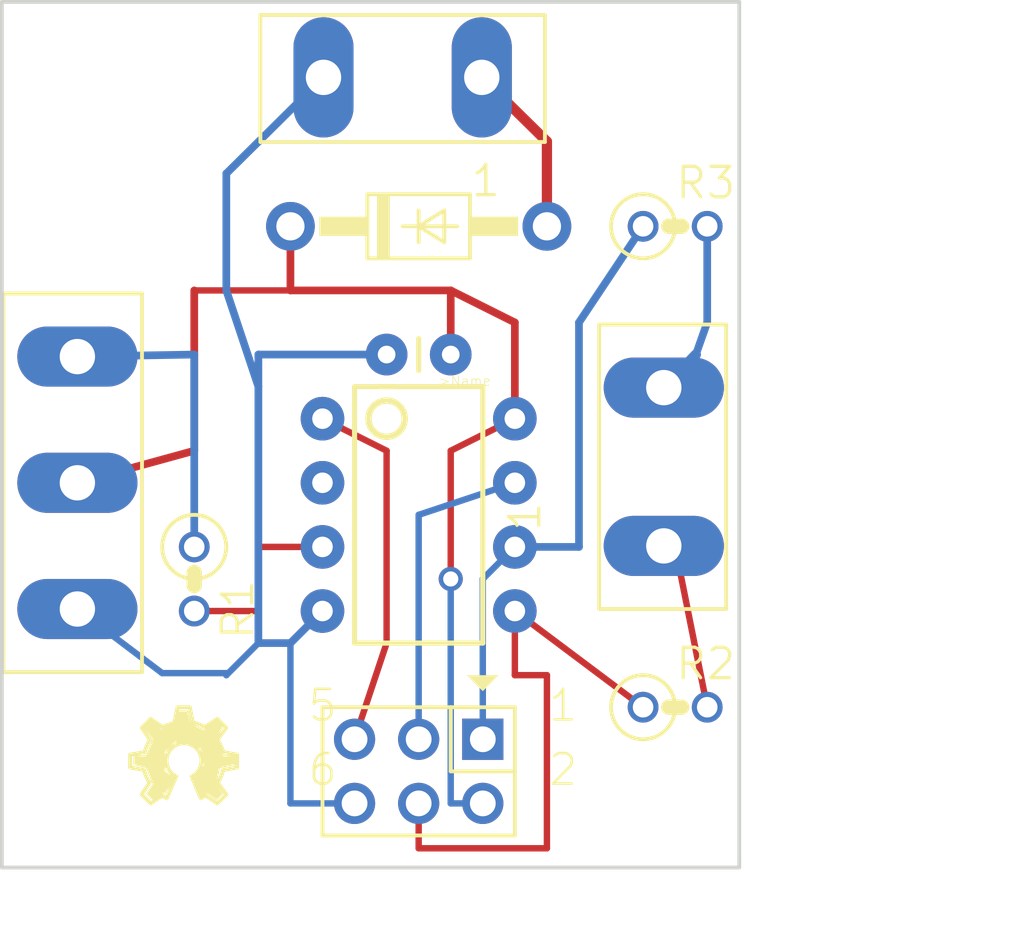
<source format=kicad_pcb>
(kicad_pcb (version 20171130) (host pcbnew "(5.1.0)-1")

  (general
    (thickness 1.6)
    (drawings 7)
    (tracks 54)
    (zones 0)
    (modules 15)
    (nets 13)
  )

  (page A4)
  (layers
    (0 Top signal)
    (31 Bottom signal)
    (32 B.Adhes user)
    (33 F.Adhes user)
    (34 B.Paste user)
    (35 F.Paste user)
    (36 B.SilkS user)
    (37 F.SilkS user)
    (38 B.Mask user)
    (39 F.Mask user)
    (40 Dwgs.User user)
    (41 Cmts.User user)
    (42 Eco1.User user)
    (43 Eco2.User user)
    (44 Edge.Cuts user)
    (45 Margin user)
    (46 B.CrtYd user)
    (47 F.CrtYd user)
    (48 B.Fab user)
    (49 F.Fab user)
  )

  (setup
    (last_trace_width 0.25)
    (trace_clearance 0.1524)
    (zone_clearance 0.508)
    (zone_45_only no)
    (trace_min 0.2)
    (via_size 0.8)
    (via_drill 0.4)
    (via_min_size 0.4)
    (via_min_drill 0.3)
    (uvia_size 0.3)
    (uvia_drill 0.1)
    (uvias_allowed no)
    (uvia_min_size 0.2)
    (uvia_min_drill 0.1)
    (edge_width 0.05)
    (segment_width 0.2)
    (pcb_text_width 0.3)
    (pcb_text_size 1.5 1.5)
    (mod_edge_width 0.12)
    (mod_text_size 1 1)
    (mod_text_width 0.15)
    (pad_size 1.524 1.524)
    (pad_drill 0.762)
    (pad_to_mask_clearance 0.051)
    (solder_mask_min_width 0.25)
    (aux_axis_origin 0 0)
    (visible_elements FFFFFF7F)
    (pcbplotparams
      (layerselection 0x010fc_ffffffff)
      (usegerberextensions false)
      (usegerberattributes false)
      (usegerberadvancedattributes false)
      (creategerberjobfile false)
      (excludeedgelayer true)
      (linewidth 0.100000)
      (plotframeref false)
      (viasonmask false)
      (mode 1)
      (useauxorigin false)
      (hpglpennumber 1)
      (hpglpenspeed 20)
      (hpglpendiameter 15.000000)
      (psnegative false)
      (psa4output false)
      (plotreference true)
      (plotvalue true)
      (plotinvisibletext false)
      (padsonsilk false)
      (subtractmaskfromsilk false)
      (outputformat 1)
      (mirror false)
      (drillshape 1)
      (scaleselection 1)
      (outputdirectory ""))
  )

  (net 0 "")
  (net 1 5V)
  (net 2 GND)
  (net 3 "Net-(C1-Pad1)")
  (net 4 "Net-(J3-Pad3)")
  (net 5 "Net-(J3-Pad1)")
  (net 6 "Net-(J3-Pad4)")
  (net 7 "Net-(R1-Pad2)")
  (net 8 "Net-(U$1-Pad2)")
  (net 9 "Net-(J3-Pad5)")
  (net 10 "Net-(LED1-Pad1)")
  (net 11 "Net-(IO1-Pad1)")
  (net 12 "Net-(IO1-Pad2)")

  (net_class Default "This is the default net class."
    (clearance 0.1524)
    (trace_width 0.25)
    (via_dia 0.8)
    (via_drill 0.4)
    (uvia_dia 0.3)
    (uvia_drill 0.1)
    (add_net 5V)
    (add_net GND)
    (add_net N$1)
    (add_net "Net-(C1-Pad1)")
    (add_net "Net-(IO1-Pad1)")
    (add_net "Net-(IO1-Pad2)")
    (add_net "Net-(J3-Pad1)")
    (add_net "Net-(J3-Pad3)")
    (add_net "Net-(J3-Pad4)")
    (add_net "Net-(J3-Pad5)")
    (add_net "Net-(LED1-Pad1)")
    (add_net "Net-(R1-Pad2)")
    (add_net "Net-(U$1-Pad2)")
  )

  (module "" (layer Top) (tedit 0) (tstamp 0)
    (at 136.4361 90.3986)
    (fp_text reference @HOLE0 (at 0 0) (layer F.SilkS) hide
      (effects (font (size 1.27 1.27) (thickness 0.15)))
    )
    (fp_text value "" (at 0 0) (layer F.SilkS)
      (effects (font (size 1.27 1.27) (thickness 0.15)))
    )
    (pad "" np_thru_hole circle (at 0 0) (size 2.8 2.8) (drill 2.8) (layers *.Cu *.Mask))
  )

  (module "" (layer Top) (tedit 0) (tstamp 0)
    (at 160.5661 90.3986)
    (fp_text reference @HOLE1 (at 0 0) (layer F.SilkS) hide
      (effects (font (size 1.27 1.27) (thickness 0.15)))
    )
    (fp_text value "" (at 0 0) (layer F.SilkS)
      (effects (font (size 1.27 1.27) (thickness 0.15)))
    )
    (pad "" np_thru_hole circle (at 0 0) (size 2.8 2.8) (drill 2.8) (layers *.Cu *.Mask))
  )

  (module "" (layer Top) (tedit 0) (tstamp 0)
    (at 136.4361 119.6086)
    (fp_text reference @HOLE2 (at 0 0) (layer F.SilkS) hide
      (effects (font (size 1.27 1.27) (thickness 0.15)))
    )
    (fp_text value "" (at 0 0) (layer F.SilkS)
      (effects (font (size 1.27 1.27) (thickness 0.15)))
    )
    (pad "" np_thru_hole circle (at 0 0) (size 2.8 2.8) (drill 2.8) (layers *.Cu *.Mask))
  )

  (module "" (layer Top) (tedit 0) (tstamp 0)
    (at 160.5661 119.6086)
    (fp_text reference @HOLE3 (at 0 0) (layer F.SilkS) hide
      (effects (font (size 1.27 1.27) (thickness 0.15)))
    )
    (fp_text value "" (at 0 0) (layer F.SilkS)
      (effects (font (size 1.27 1.27) (thickness 0.15)))
    )
    (pad "" np_thru_hole circle (at 0 0) (size 2.8 2.8) (drill 2.8) (layers *.Cu *.Mask))
  )

  (module firefly099:DIP08 (layer Top) (tedit 0) (tstamp 5C913108)
    (at 150.4061 108.1786 270)
    (descr "<b>Dual In Line</b>")
    (path /81D8DF2C)
    (fp_text reference U$1 (at -5.715 3.81) (layer F.SilkS) hide
      (effects (font (size 1.2065 1.2065) (thickness 0.127)) (justify left bottom))
    )
    (fp_text value ATTINY (at -3.175 0.635 90) (layer F.Fab)
      (effects (font (size 1.2065 1.2065) (thickness 0.12065)) (justify right top))
    )
    (fp_circle (center -3.81 1.27) (end -3.0916 1.27) (layer F.SilkS) (width 0.254))
    (fp_line (start -5.08 1.524) (end -5.08 1.016) (layer F.SilkS) (width 0.2032))
    (fp_line (start -5.08 2.54) (end -5.08 1.524) (layer F.SilkS) (width 0.2032))
    (fp_line (start -5.08 2.54) (end 5.08 2.54) (layer F.SilkS) (width 0.2032))
    (fp_line (start 5.08 -2.54) (end 5.08 2.54) (layer F.SilkS) (width 0.2032))
    (fp_line (start -5.08 -2.54) (end -5.08 1.524) (layer F.SilkS) (width 0.2032))
    (fp_line (start -5.08 -2.54) (end 5.08 -2.54) (layer F.SilkS) (width 0.2032))
    (pad 8 thru_hole circle (at -3.81 -3.81 270) (size 1.7272 1.7272) (drill 0.8128) (layers *.Cu *.Mask)
      (net 3 "Net-(C1-Pad1)") (solder_mask_margin 0.1016))
    (pad 7 thru_hole circle (at -1.27 -3.81 270) (size 1.7272 1.7272) (drill 0.8128) (layers *.Cu *.Mask)
      (net 4 "Net-(J3-Pad3)") (solder_mask_margin 0.1016))
    (pad 6 thru_hole circle (at 1.27 -3.81 270) (size 1.7272 1.7272) (drill 0.8128) (layers *.Cu *.Mask)
      (net 5 "Net-(J3-Pad1)") (solder_mask_margin 0.1016))
    (pad 5 thru_hole circle (at 3.81 -3.81 270) (size 1.7272 1.7272) (drill 0.8128) (layers *.Cu *.Mask)
      (net 6 "Net-(J3-Pad4)") (solder_mask_margin 0.1016))
    (pad 4 thru_hole circle (at 3.81 3.81 270) (size 1.7272 1.7272) (drill 0.8128) (layers *.Cu *.Mask)
      (net 2 GND) (solder_mask_margin 0.1016))
    (pad 3 thru_hole circle (at 1.27 3.81 270) (size 1.7272 1.7272) (drill 0.8128) (layers *.Cu *.Mask)
      (net 7 "Net-(R1-Pad2)") (solder_mask_margin 0.1016))
    (pad 2 thru_hole circle (at -1.27 3.81 270) (size 1.7272 1.7272) (drill 0.8128) (layers *.Cu *.Mask)
      (net 8 "Net-(U$1-Pad2)") (solder_mask_margin 0.1016))
    (pad 1 thru_hole circle (at -3.81 3.81 270) (size 1.7272 1.7272) (drill 0.8128) (layers *.Cu *.Mask)
      (net 9 "Net-(J3-Pad5)") (solder_mask_margin 0.1016))
  )

  (module firefly099:DO41-10 (layer Top) (tedit 0) (tstamp 5C91311A)
    (at 150.4061 96.7486)
    (descr "<B>DIODE</B><p>\ndiameter 2.54 mm, horizontal, grid 10.16 mm")
    (path /C78C3FBD)
    (fp_text reference D1 (at -2.032 -1.651) (layer F.SilkS) hide
      (effects (font (size 1.2065 1.2065) (thickness 0.127)) (justify left bottom))
    )
    (fp_text value 1N4004 (at -2.032 2.794) (layer F.Fab)
      (effects (font (size 1.2065 1.2065) (thickness 0.12065)) (justify left bottom))
    )
    (fp_poly (pts (xy -3.937 0.381) (xy -2.032 0.381) (xy -2.032 -0.381) (xy -3.937 -0.381)) (layer F.SilkS) (width 0))
    (fp_poly (pts (xy 2.032 0.381) (xy 3.937 0.381) (xy 3.937 -0.381) (xy 2.032 -0.381)) (layer F.SilkS) (width 0))
    (fp_poly (pts (xy -1.651 1.27) (xy -1.143 1.27) (xy -1.143 -1.27) (xy -1.651 -1.27)) (layer F.SilkS) (width 0))
    (fp_line (start 0 0) (end 0 0.635) (layer F.SilkS) (width 0.1524))
    (fp_line (start 0 -0.635) (end 0 0) (layer F.SilkS) (width 0.1524))
    (fp_line (start 0 0) (end 1.016 -0.635) (layer F.SilkS) (width 0.1524))
    (fp_line (start 0 0) (end 1.524 0) (layer F.SilkS) (width 0.1524))
    (fp_line (start 1.016 0.635) (end 0 0) (layer F.SilkS) (width 0.1524))
    (fp_line (start 1.016 -0.635) (end 1.016 0.635) (layer F.SilkS) (width 0.1524))
    (fp_line (start -0.635 0) (end 0 0) (layer F.SilkS) (width 0.1524))
    (fp_line (start -5.08 0) (end -4.064 0) (layer F.Fab) (width 0.762))
    (fp_line (start 5.08 0) (end 4.064 0) (layer F.Fab) (width 0.762))
    (fp_line (start -2.032 -1.27) (end -2.032 1.27) (layer F.SilkS) (width 0.1524))
    (fp_line (start -2.032 -1.27) (end 2.032 -1.27) (layer F.SilkS) (width 0.1524))
    (fp_line (start 2.032 1.27) (end 2.032 -1.27) (layer F.SilkS) (width 0.1524))
    (fp_line (start 2.032 1.27) (end -2.032 1.27) (layer F.SilkS) (width 0.1524))
    (pad C thru_hole circle (at -5.08 0) (size 1.9304 1.9304) (drill 1.1176) (layers *.Cu *.Mask)
      (net 3 "Net-(C1-Pad1)") (solder_mask_margin 0.1016))
    (pad A thru_hole circle (at 5.08 0) (size 1.9304 1.9304) (drill 1.1176) (layers *.Cu *.Mask)
      (net 1 5V) (solder_mask_margin 0.1016))
  )

  (module firefly099:0207_2V (layer Top) (tedit 0) (tstamp 5C91312F)
    (at 141.5161 110.7186 270)
    (descr "<b>RESISTOR</b><p>\ntype 0207, grid 2.5 mm")
    (path /54673866)
    (fp_text reference R1 (at -0.0508 -1.016 270) (layer F.SilkS)
      (effects (font (size 1.2065 1.2065) (thickness 0.127)) (justify right top))
    )
    (fp_text value R-US_0207_2V (at -0.0508 2.2352 270) (layer F.Fab)
      (effects (font (size 1.2065 1.2065) (thickness 0.127)) (justify right top))
    )
    (fp_circle (center -1.27 0) (end -0.254 0) (layer F.Fab) (width 0.1524))
    (fp_circle (center -1.27 0) (end 0 0) (layer F.SilkS) (width 0.1524))
    (fp_line (start 0.381 0) (end 1.27 0) (layer F.Fab) (width 0.6096))
    (fp_line (start -0.254 0) (end 0.254 0) (layer F.SilkS) (width 0.6096))
    (fp_line (start -1.27 0) (end -0.381 0) (layer F.Fab) (width 0.6096))
    (pad 2 thru_hole circle (at 1.27 0 270) (size 1.2192 1.2192) (drill 0.8128) (layers *.Cu *.Mask)
      (net 7 "Net-(R1-Pad2)") (solder_mask_margin 0.1016))
    (pad 1 thru_hole circle (at -1.27 0 270) (size 1.2192 1.2192) (drill 0.8128) (layers *.Cu *.Mask)
      (net 10 "Net-(LED1-Pad1)") (solder_mask_margin 0.1016))
  )

  (module firefly099:0207_2V (layer Top) (tedit 0) (tstamp 5C913139)
    (at 160.5661 115.7986)
    (descr "<b>RESISTOR</b><p>\ntype 0207, grid 2.5 mm")
    (path /855FDFDB)
    (fp_text reference R2 (at -0.0508 -1.016) (layer F.SilkS)
      (effects (font (size 1.2065 1.2065) (thickness 0.127)) (justify left bottom))
    )
    (fp_text value R-US_0207_2V (at -0.0508 2.2352) (layer F.Fab)
      (effects (font (size 1.2065 1.2065) (thickness 0.127)) (justify left bottom))
    )
    (fp_circle (center -1.27 0) (end -0.254 0) (layer F.Fab) (width 0.1524))
    (fp_circle (center -1.27 0) (end 0 0) (layer F.SilkS) (width 0.1524))
    (fp_line (start 0.381 0) (end 1.27 0) (layer F.Fab) (width 0.6096))
    (fp_line (start -0.254 0) (end 0.254 0) (layer F.SilkS) (width 0.6096))
    (fp_line (start -1.27 0) (end -0.381 0) (layer F.Fab) (width 0.6096))
    (pad 2 thru_hole circle (at 1.27 0) (size 1.2192 1.2192) (drill 0.8128) (layers *.Cu *.Mask)
      (net 11 "Net-(IO1-Pad1)") (solder_mask_margin 0.1016))
    (pad 1 thru_hole circle (at -1.27 0) (size 1.2192 1.2192) (drill 0.8128) (layers *.Cu *.Mask)
      (net 6 "Net-(J3-Pad4)") (solder_mask_margin 0.1016))
  )

  (module firefly099:CAP-PTH-SMALL (layer Top) (tedit 0) (tstamp 5C913143)
    (at 151.6761 101.8286 180)
    (path /24F56349)
    (fp_text reference C1 (at 0 0 180) (layer F.SilkS) hide
      (effects (font (size 1.27 1.27) (thickness 0.15)) (justify right top))
    )
    (fp_text value CAPPTH (at 0 0 180) (layer F.SilkS) hide
      (effects (font (size 1.27 1.27) (thickness 0.15)) (justify right top))
    )
    (fp_text user >Value (at 0.254 1.524 180) (layer F.Fab)
      (effects (font (size 0.38608 0.38608) (thickness 0.032512)) (justify left bottom))
    )
    (fp_text user >Name (at 0.508 -1.27 180) (layer F.SilkS)
      (effects (font (size 0.38608 0.38608) (thickness 0.032512)) (justify left bottom))
    )
    (fp_line (start 1.27 -0.635) (end 1.27 0.635) (layer F.SilkS) (width 0.2032))
    (pad 2 thru_hole circle (at 2.54 0 180) (size 1.651 1.651) (drill 0.7) (layers *.Cu *.Mask)
      (net 2 GND) (solder_mask_margin 0.1016))
    (pad 1 thru_hole circle (at 0 0 180) (size 1.651 1.651) (drill 0.7) (layers *.Cu *.Mask)
      (net 3 "Net-(C1-Pad1)") (solder_mask_margin 0.1016))
  )

  (module firefly099:TERMINAL_BLOCK_2P_5 (layer Top) (tedit 0) (tstamp 5C91314B)
    (at 150.4061 90.3986)
    (descr "wire to board terminal block 2 pins 5mm pitch <br>\nMfr no: 1776244-2 <br>\n<a href=\"http://www.ebay.com/itm/10pcs-2-Pin-Screw-Terminal-Block-Connector-5mm-Pitch-B-/300625175136?pt=LH_DefaultDomain_0&hash=item45fea82260#ht_1330wt_1396\"> Ebay </a>\n<br>\n<a href=\"http://www.digikey.com/product-detail/en/1776244-2/A97996-ND/1826859\"> Digikey </a>")
    (path /F7D373E5)
    (fp_text reference -,+1 (at -5 -4) (layer F.SilkS) hide
      (effects (font (size 1.2065 1.2065) (thickness 0.127)) (justify left bottom))
    )
    (fp_text value CON_TERMINAL_BLOCK_02-5MM (at 0 0) (layer F.SilkS) hide
      (effects (font (size 1.27 1.27) (thickness 0.15)))
    )
    (fp_text user 1 (at 2 5.25) (layer F.SilkS)
      (effects (font (size 1.2065 1.2065) (thickness 0.127)) (justify left bottom))
    )
    (fp_circle (center 2.5 0.45) (end 4.25 0.45) (layer F.Fab) (width 0.0762))
    (fp_circle (center -3.77 0.45) (end -2.02 0.45) (layer F.Fab) (width 0.0762))
    (fp_line (start 2.408 0.108) (end 3.15 -1.175) (layer F.Fab) (width 0.0762))
    (fp_line (start 1.125 -0.633) (end 2.408 0.108) (layer F.Fab) (width 0.0762))
    (fp_line (start 2.158 0.542) (end 0.875 -0.2) (layer F.Fab) (width 0.0762))
    (fp_line (start 1.417 1.825) (end 2.158 0.542) (layer F.Fab) (width 0.0762))
    (fp_line (start 2.592 0.792) (end 1.85 2.075) (layer F.Fab) (width 0.0762))
    (fp_line (start 3.875 1.533) (end 2.592 0.792) (layer F.Fab) (width 0.0762))
    (fp_line (start 2.842 0.358) (end 4.125 1.1) (layer F.Fab) (width 0.0762))
    (fp_line (start 3.583 -0.925) (end 2.842 0.358) (layer F.Fab) (width 0.0762))
    (fp_line (start -3.862 0.108) (end -3.12 -1.175) (layer F.Fab) (width 0.0762))
    (fp_line (start -5.145 -0.633) (end -3.862 0.108) (layer F.Fab) (width 0.0762))
    (fp_line (start -4.112 0.542) (end -5.395 -0.2) (layer F.Fab) (width 0.0762))
    (fp_line (start -4.853 1.825) (end -4.112 0.542) (layer F.Fab) (width 0.0762))
    (fp_line (start -3.678 0.792) (end -4.42 2.075) (layer F.Fab) (width 0.0762))
    (fp_line (start -2.395 1.533) (end -3.678 0.792) (layer F.Fab) (width 0.0762))
    (fp_line (start -3.428 0.358) (end -2.145 1.1) (layer F.Fab) (width 0.0762))
    (fp_line (start -2.687 -0.925) (end -3.428 0.358) (layer F.Fab) (width 0.0762))
    (fp_line (start -6.27 3.01) (end 5 3.01) (layer F.SilkS) (width 0.1524))
    (fp_line (start -6.27 -2.02) (end 5 -2.02) (layer F.SilkS) (width 0.1524))
    (fp_line (start -6.27 3.01) (end -6.27 -2.02) (layer F.SilkS) (width 0.1524))
    (fp_line (start 5 -2.02) (end 5 3.01) (layer F.SilkS) (width 0.1524))
    (pad 2 thru_hole oval (at -3.77 0.45 90) (size 4.76 2.38) (drill 1.4) (layers *.Cu *.Mask)
      (net 2 GND) (solder_mask_margin 0.1016))
    (pad 1 thru_hole oval (at 2.5 0.45 90) (size 4.76 2.38) (drill 1.4) (layers *.Cu *.Mask)
      (net 1 5V) (solder_mask_margin 0.1016))
  )

  (module firefly099:TERMINAL_BLOCK_3P_5 (layer Top) (tedit 0) (tstamp 5C913167)
    (at 136.4361 106.9086 90)
    (descr "wire to board terminal block 3 pins 5mm pitch <br>\nMfr no: 1776244-3 <br>\n<a href=\"http://www.digikey.com/product-detail/en/1776244-3/A97997-ND/1826860\"> Digikey </a>")
    (path /30738FB3)
    (fp_text reference LED1 (at -7.5 -2.73 90) (layer F.SilkS) hide
      (effects (font (size 1.2065 1.2065) (thickness 0.127)) (justify left bottom))
    )
    (fp_text value CON_TERMINAL_BLOCK_03-5MM (at 0 0 90) (layer F.SilkS) hide
      (effects (font (size 1.27 1.27) (thickness 0.15)))
    )
    (fp_circle (center 5 0.45) (end 6.75 0.45) (layer F.Fab) (width 0.0762))
    (fp_circle (center 0 0.45) (end 1.75 0.45) (layer F.Fab) (width 0.0762))
    (fp_circle (center -5 0.45) (end -3.25 0.45) (layer F.Fab) (width 0.0762))
    (fp_line (start 4.908 0.108) (end 5.65 -1.175) (layer F.Fab) (width 0.0762))
    (fp_line (start 3.625 -0.633) (end 4.908 0.108) (layer F.Fab) (width 0.0762))
    (fp_line (start 4.658 0.542) (end 3.375 -0.2) (layer F.Fab) (width 0.0762))
    (fp_line (start 3.917 1.825) (end 4.658 0.542) (layer F.Fab) (width 0.0762))
    (fp_line (start 5.092 0.792) (end 4.35 2.075) (layer F.Fab) (width 0.0762))
    (fp_line (start 6.375 1.533) (end 5.092 0.792) (layer F.Fab) (width 0.0762))
    (fp_line (start 5.342 0.358) (end 6.625 1.1) (layer F.Fab) (width 0.0762))
    (fp_line (start 6.083 -0.925) (end 5.342 0.358) (layer F.Fab) (width 0.0762))
    (fp_line (start -0.092 0.108) (end 0.65 -1.175) (layer F.Fab) (width 0.0762))
    (fp_line (start -1.375 -0.633) (end -0.092 0.108) (layer F.Fab) (width 0.0762))
    (fp_line (start -0.342 0.542) (end -1.625 -0.2) (layer F.Fab) (width 0.0762))
    (fp_line (start -1.083 1.825) (end -0.342 0.542) (layer F.Fab) (width 0.0762))
    (fp_line (start 0.092 0.792) (end -0.65 2.075) (layer F.Fab) (width 0.0762))
    (fp_line (start 1.375 1.533) (end 0.092 0.792) (layer F.Fab) (width 0.0762))
    (fp_line (start 0.342 0.358) (end 1.625 1.1) (layer F.Fab) (width 0.0762))
    (fp_line (start 1.083 -0.925) (end 0.342 0.358) (layer F.Fab) (width 0.0762))
    (fp_line (start -5.092 0.108) (end -4.35 -1.175) (layer F.Fab) (width 0.0762))
    (fp_line (start -6.375 -0.633) (end -5.092 0.108) (layer F.Fab) (width 0.0762))
    (fp_line (start -5.342 0.542) (end -6.625 -0.2) (layer F.Fab) (width 0.0762))
    (fp_line (start -6.083 1.825) (end -5.342 0.542) (layer F.Fab) (width 0.0762))
    (fp_line (start -4.908 0.792) (end -5.65 2.075) (layer F.Fab) (width 0.0762))
    (fp_line (start -3.625 1.533) (end -4.908 0.792) (layer F.Fab) (width 0.0762))
    (fp_line (start -4.658 0.358) (end -3.375 1.1) (layer F.Fab) (width 0.0762))
    (fp_line (start -3.917 -0.925) (end -4.658 0.358) (layer F.Fab) (width 0.0762))
    (fp_line (start -7.5 3.01) (end 7.5 3.01) (layer F.SilkS) (width 0.1524))
    (fp_line (start -7.5 3.01) (end -7.5 -2.48) (layer F.SilkS) (width 0.1524))
    (fp_line (start 7.5 -2.48) (end 7.5 3.01) (layer F.SilkS) (width 0.1524))
    (fp_line (start -7.5 -2.48) (end 7.5 -2.48) (layer F.SilkS) (width 0.1524))
    (pad 1 thru_hole oval (at 5 0.45 180) (size 4.76 2.38) (drill 1.4) (layers *.Cu *.Mask)
      (net 10 "Net-(LED1-Pad1)") (solder_mask_margin 0.1016))
    (pad 3 thru_hole oval (at -5 0.45 180) (size 4.76 2.38) (drill 1.4) (layers *.Cu *.Mask)
      (net 2 GND) (solder_mask_margin 0.1016))
    (pad 2 thru_hole oval (at 0 0.45 180) (size 4.76 2.38) (drill 1.4) (layers *.Cu *.Mask)
      (net 1 5V) (solder_mask_margin 0.1016))
  )

  (module firefly099:HEADER_PRG_2X03 (layer Top) (tedit 0) (tstamp 5C91318C)
    (at 150.4061 118.3386 180)
    (path /B665FDA9)
    (fp_text reference J3 (at -3.81 -2.8575 180) (layer F.SilkS) hide
      (effects (font (size 1.2065 1.2065) (thickness 0.127)) (justify right top))
    )
    (fp_text value CON_HEADER_PRG_AVR_ICSP-PTH (at 0 0 180) (layer F.SilkS) hide
      (effects (font (size 1.27 1.27) (thickness 0.15)) (justify right top))
    )
    (fp_poly (pts (xy -2.54 3.175) (xy -3.175 3.81) (xy -1.905 3.81)) (layer F.SilkS) (width 0))
    (fp_poly (pts (xy -2.794 1.524) (xy -2.286 1.524) (xy -2.286 1.016) (xy -2.794 1.016)) (layer Cmts.User) (width 0))
    (fp_poly (pts (xy -2.794 -1.016) (xy -2.286 -1.016) (xy -2.286 -1.524) (xy -2.794 -1.524)) (layer Cmts.User) (width 0))
    (fp_poly (pts (xy -0.254 1.524) (xy 0.254 1.524) (xy 0.254 1.016) (xy -0.254 1.016)) (layer Cmts.User) (width 0))
    (fp_poly (pts (xy -0.254 -1.016) (xy 0.254 -1.016) (xy 0.254 -1.524) (xy -0.254 -1.524)) (layer Cmts.User) (width 0))
    (fp_poly (pts (xy 2.286 1.524) (xy 2.794 1.524) (xy 2.794 1.016) (xy 2.286 1.016)) (layer Cmts.User) (width 0))
    (fp_poly (pts (xy 2.286 -1.016) (xy 2.794 -1.016) (xy 2.794 -1.524) (xy 2.286 -1.524)) (layer Cmts.User) (width 0))
    (fp_text user 6 (at 4.445 -0.635 180) (layer F.SilkS)
      (effects (font (size 1.2065 1.2065) (thickness 0.1016)) (justify left bottom))
    )
    (fp_text user 5 (at 4.445 1.905 180) (layer F.SilkS)
      (effects (font (size 1.2065 1.2065) (thickness 0.1016)) (justify left bottom))
    )
    (fp_text user 2 (at -5.08 -0.635 180) (layer F.SilkS)
      (effects (font (size 1.2065 1.2065) (thickness 0.1016)) (justify left bottom))
    )
    (fp_text user 1 (at -5.08 1.905 180) (layer F.SilkS)
      (effects (font (size 1.2065 1.2065) (thickness 0.1016)) (justify left bottom))
    )
    (fp_line (start -1.27 2.54) (end -1.27 0) (layer F.SilkS) (width 0.1524))
    (fp_line (start -3.81 0) (end -1.27 0) (layer F.SilkS) (width 0.1524))
    (fp_line (start -1.27 2.54) (end -3.81 2.54) (layer F.SilkS) (width 0.1524))
    (fp_line (start 3.81 2.54) (end -1.27 2.54) (layer F.SilkS) (width 0.1524))
    (fp_line (start 3.81 -2.54) (end 3.81 2.54) (layer F.SilkS) (width 0.1524))
    (fp_line (start -3.81 -2.54) (end 3.81 -2.54) (layer F.SilkS) (width 0.1524))
    (fp_line (start -3.81 0) (end -3.81 -2.54) (layer F.SilkS) (width 0.1524))
    (fp_line (start -3.81 2.54) (end -3.81 0) (layer F.SilkS) (width 0.1524))
    (pad 6 thru_hole circle (at 2.54 -1.27 180) (size 1.632 1.632) (drill 1.02) (layers *.Cu *.Mask)
      (net 2 GND) (solder_mask_margin 0.1016))
    (pad 5 thru_hole circle (at 2.54 1.27 180) (size 1.632 1.632) (drill 1.02) (layers *.Cu *.Mask)
      (net 9 "Net-(J3-Pad5)") (solder_mask_margin 0.1016))
    (pad 4 thru_hole circle (at 0 -1.27 180) (size 1.632 1.632) (drill 1.02) (layers *.Cu *.Mask)
      (net 6 "Net-(J3-Pad4)") (solder_mask_margin 0.1016))
    (pad 3 thru_hole circle (at 0 1.27 180) (size 1.632 1.632) (drill 1.02) (layers *.Cu *.Mask)
      (net 4 "Net-(J3-Pad3)") (solder_mask_margin 0.1016))
    (pad 2 thru_hole circle (at -2.54 -1.27 180) (size 1.632 1.632) (drill 1.02) (layers *.Cu *.Mask)
      (net 3 "Net-(C1-Pad1)") (solder_mask_margin 0.1016))
    (pad 1 thru_hole rect (at -2.54 1.27 180) (size 1.632 1.632) (drill 1.02) (layers *.Cu *.Mask)
      (net 5 "Net-(J3-Pad1)") (solder_mask_margin 0.1016))
  )

  (module firefly099:OSHW_FILLX150_NOTEXT (layer Top) (tedit 0) (tstamp 5C9131A8)
    (at 138.9761 119.6086)
    (fp_text reference U$4 (at 0 0) (layer F.SilkS) hide
      (effects (font (size 1.27 1.27) (thickness 0.15)))
    )
    (fp_text value "" (at 0 0) (layer F.SilkS) hide
      (effects (font (size 1.27 1.27) (thickness 0.15)))
    )
    (fp_poly (pts (xy 1.397 -0.381) (xy 1.27 -0.381) (xy 0.889 -0.127) (xy 0.635 -0.381)
      (xy 0.889 -0.762) (xy 0.635 -1.397) (xy 0.127 -1.524) (xy 0.127 -1.905)
      (xy 0.635 -1.905) (xy 0.889 -2.54) (xy 0.508 -3.048) (xy 0.889 -3.302)
      (xy 1.27 -2.921) (xy 1.778 -3.175) (xy 1.905 -3.683) (xy 2.286 -3.683)
      (xy 2.413 -3.175) (xy 2.921 -2.921) (xy 3.429 -3.302) (xy 3.683 -3.048)
      (xy 3.429 -2.54) (xy 3.683 -1.905) (xy 4.191 -1.905) (xy 4.191 -1.524)
      (xy 3.556 -1.397) (xy 3.429 -0.762) (xy 3.683 -0.381) (xy 3.429 -0.127)
      (xy 3.048 -0.381) (xy 2.794 -0.254) (xy 2.54 -1.016) (xy 2.921 -1.524)
      (xy 2.794 -2.159) (xy 2.286 -2.413) (xy 1.778 -2.413) (xy 1.397 -2.032)
      (xy 1.397 -1.27) (xy 1.778 -1.016)) (layer F.SilkS) (width 0))
    (fp_arc (start 2.126499 -1.653539) (end 3.6805 -1.3228) (angle 19.717465) (layer F.SilkS) (width 0.1524))
    (fp_arc (start 2.2101 -1.639556) (end 3.4671 -2.5105) (angle 19.769635) (layer F.SilkS) (width 0.1524))
    (fp_arc (start 2.137212 -1.658899) (end 2.4892 -3.204) (angle 17.788236) (layer F.SilkS) (width 0.1524))
    (fp_arc (start 2.11432 -1.648199) (end 1.3015 -3.0119) (angle 17.515118) (layer F.SilkS) (width 0.1524))
    (fp_arc (start 2.126399 -1.650823) (end 0.5796 -2.0376) (angle 18.74246) (layer F.SilkS) (width 0.1524))
    (fp_arc (start 2.073199 -1.67889) (end 0.7681 -0.825) (angle 18.384503) (layer F.SilkS) (width 0.1524))
    (fp_arc (start 2.1336 -1.6891) (end 1.8288 -1.0668) (angle 307.809152) (layer F.SilkS) (width 0.1524))
    (fp_line (start 2.794 -0.2032) (end 2.4384 -1.0668) (layer F.SilkS) (width 0.1524))
    (fp_line (start 2.9972 -0.3048) (end 2.794 -0.2032) (layer F.SilkS) (width 0.1524))
    (fp_line (start 3.4544 0) (end 2.9972 -0.3048) (layer F.SilkS) (width 0.1524))
    (fp_line (start 3.81 -0.3556) (end 3.4544 0) (layer F.SilkS) (width 0.1524))
    (fp_line (start 3.4798 -0.8128) (end 3.81 -0.3556) (layer F.SilkS) (width 0.1524))
    (fp_line (start 4.2418 -1.4224) (end 3.683 -1.3208) (layer F.SilkS) (width 0.1524))
    (fp_line (start 4.2418 -1.9304) (end 4.2418 -1.4224) (layer F.SilkS) (width 0.1524))
    (fp_line (start 3.683 -2.032) (end 4.2418 -1.9304) (layer F.SilkS) (width 0.1524))
    (fp_line (start 3.81 -2.9972) (end 3.4544 -2.5146) (layer F.SilkS) (width 0.1524))
    (fp_line (start 3.4544 -3.3528) (end 3.81 -2.9972) (layer F.SilkS) (width 0.1524))
    (fp_line (start 2.9464 -3.0226) (end 3.4544 -3.3528) (layer F.SilkS) (width 0.1524))
    (fp_line (start 2.3622 -3.81) (end 2.4892 -3.2004) (layer F.SilkS) (width 0.1524))
    (fp_line (start 1.8796 -3.81) (end 2.3622 -3.81) (layer F.SilkS) (width 0.1524))
    (fp_line (start 1.7526 -3.2004) (end 1.8796 -3.81) (layer F.SilkS) (width 0.1524))
    (fp_line (start 0.8128 -3.3528) (end 1.2954 -3.0226) (layer F.SilkS) (width 0.1524))
    (fp_line (start 0.4572 -2.9972) (end 0.8128 -3.3528) (layer F.SilkS) (width 0.1524))
    (fp_line (start 0.7874 -2.5146) (end 0.4572 -2.9972) (layer F.SilkS) (width 0.1524))
    (fp_line (start 0 -1.9304) (end 0.5842 -2.032) (layer F.SilkS) (width 0.1524))
    (fp_line (start 0 -1.4224) (end 0 -1.9304) (layer F.SilkS) (width 0.1524))
    (fp_line (start 0.5588 -1.3208) (end 0 -1.4224) (layer F.SilkS) (width 0.1524))
    (fp_line (start 0.4572 -0.3556) (end 0.762 -0.8128) (layer F.SilkS) (width 0.1524))
    (fp_line (start 0.8128 0) (end 0.4572 -0.3556) (layer F.SilkS) (width 0.1524))
    (fp_line (start 1.27 -0.3048) (end 0.8128 0) (layer F.SilkS) (width 0.1524))
    (fp_line (start 1.4478 -0.2032) (end 1.27 -0.3048) (layer F.SilkS) (width 0.1524))
    (fp_line (start 1.8288 -1.0668) (end 1.4478 -0.2032) (layer F.SilkS) (width 0.1524))
  )

  (module firefly099:TERMINAL_BLOCK_2P_5 (layer Top) (tedit 0) (tstamp 5C9131CC)
    (at 160.5661 106.9086 270)
    (descr "wire to board terminal block 2 pins 5mm pitch <br>\nMfr no: 1776244-2 <br>\n<a href=\"http://www.ebay.com/itm/10pcs-2-Pin-Screw-Terminal-Block-Connector-5mm-Pitch-B-/300625175136?pt=LH_DefaultDomain_0&hash=item45fea82260#ht_1330wt_1396\"> Ebay </a>\n<br>\n<a href=\"http://www.digikey.com/product-detail/en/1776244-2/A97996-ND/1826859\"> Digikey </a>")
    (path /9661BD02)
    (fp_text reference IO1 (at -5 -4 270) (layer F.SilkS) hide
      (effects (font (size 1.2065 1.2065) (thickness 0.127)) (justify right top))
    )
    (fp_text value CON_TERMINAL_BLOCK_02-5MM (at 0 0 270) (layer F.SilkS) hide
      (effects (font (size 1.27 1.27) (thickness 0.15)) (justify right top))
    )
    (fp_text user 1 (at 2 5.25 270) (layer F.SilkS)
      (effects (font (size 1.2065 1.2065) (thickness 0.127)) (justify left bottom))
    )
    (fp_circle (center 2.5 0.45) (end 4.25 0.45) (layer F.Fab) (width 0.0762))
    (fp_circle (center -3.77 0.45) (end -2.02 0.45) (layer F.Fab) (width 0.0762))
    (fp_line (start 2.408 0.108) (end 3.15 -1.175) (layer F.Fab) (width 0.0762))
    (fp_line (start 1.125 -0.633) (end 2.408 0.108) (layer F.Fab) (width 0.0762))
    (fp_line (start 2.158 0.542) (end 0.875 -0.2) (layer F.Fab) (width 0.0762))
    (fp_line (start 1.417 1.825) (end 2.158 0.542) (layer F.Fab) (width 0.0762))
    (fp_line (start 2.592 0.792) (end 1.85 2.075) (layer F.Fab) (width 0.0762))
    (fp_line (start 3.875 1.533) (end 2.592 0.792) (layer F.Fab) (width 0.0762))
    (fp_line (start 2.842 0.358) (end 4.125 1.1) (layer F.Fab) (width 0.0762))
    (fp_line (start 3.583 -0.925) (end 2.842 0.358) (layer F.Fab) (width 0.0762))
    (fp_line (start -3.862 0.108) (end -3.12 -1.175) (layer F.Fab) (width 0.0762))
    (fp_line (start -5.145 -0.633) (end -3.862 0.108) (layer F.Fab) (width 0.0762))
    (fp_line (start -4.112 0.542) (end -5.395 -0.2) (layer F.Fab) (width 0.0762))
    (fp_line (start -4.853 1.825) (end -4.112 0.542) (layer F.Fab) (width 0.0762))
    (fp_line (start -3.678 0.792) (end -4.42 2.075) (layer F.Fab) (width 0.0762))
    (fp_line (start -2.395 1.533) (end -3.678 0.792) (layer F.Fab) (width 0.0762))
    (fp_line (start -3.428 0.358) (end -2.145 1.1) (layer F.Fab) (width 0.0762))
    (fp_line (start -2.687 -0.925) (end -3.428 0.358) (layer F.Fab) (width 0.0762))
    (fp_line (start -6.27 3.01) (end 5 3.01) (layer F.SilkS) (width 0.1524))
    (fp_line (start -6.27 -2.02) (end 5 -2.02) (layer F.SilkS) (width 0.1524))
    (fp_line (start -6.27 3.01) (end -6.27 -2.02) (layer F.SilkS) (width 0.1524))
    (fp_line (start 5 -2.02) (end 5 3.01) (layer F.SilkS) (width 0.1524))
    (pad 2 thru_hole oval (at -3.77 0.45) (size 4.76 2.38) (drill 1.4) (layers *.Cu *.Mask)
      (net 12 "Net-(IO1-Pad2)") (solder_mask_margin 0.1016))
    (pad 1 thru_hole oval (at 2.5 0.45) (size 4.76 2.38) (drill 1.4) (layers *.Cu *.Mask)
      (net 11 "Net-(IO1-Pad1)") (solder_mask_margin 0.1016))
  )

  (module firefly099:0207_2V (layer Top) (tedit 0) (tstamp 5C9131E8)
    (at 160.5661 96.7486)
    (descr "<b>RESISTOR</b><p>\ntype 0207, grid 2.5 mm")
    (path /A00BD228)
    (fp_text reference R3 (at -0.0508 -1.016) (layer F.SilkS)
      (effects (font (size 1.2065 1.2065) (thickness 0.127)) (justify left bottom))
    )
    (fp_text value R-US_0207_2V (at -0.0508 2.2352) (layer F.Fab)
      (effects (font (size 1.2065 1.2065) (thickness 0.127)) (justify left bottom))
    )
    (fp_circle (center -1.27 0) (end -0.254 0) (layer F.Fab) (width 0.1524))
    (fp_circle (center -1.27 0) (end 0 0) (layer F.SilkS) (width 0.1524))
    (fp_line (start 0.381 0) (end 1.27 0) (layer F.Fab) (width 0.6096))
    (fp_line (start -0.254 0) (end 0.254 0) (layer F.SilkS) (width 0.6096))
    (fp_line (start -1.27 0) (end -0.381 0) (layer F.Fab) (width 0.6096))
    (pad 2 thru_hole circle (at 1.27 0) (size 1.2192 1.2192) (drill 0.8128) (layers *.Cu *.Mask)
      (net 12 "Net-(IO1-Pad2)") (solder_mask_margin 0.1016))
    (pad 1 thru_hole circle (at -1.27 0) (size 1.2192 1.2192) (drill 0.8128) (layers *.Cu *.Mask)
      (net 5 "Net-(J3-Pad1)") (solder_mask_margin 0.1016))
  )

  (gr_line (start 163.1061 87.8586) (end 163.1061 122.1486) (layer Edge.Cuts) (width 0.15) (tstamp 11BDE210))
  (gr_line (start 163.1061 122.1486) (end 133.8961 122.1486) (layer Edge.Cuts) (width 0.15) (tstamp 11BDE2B0))
  (gr_line (start 133.8961 122.1486) (end 133.8961 87.8586) (layer Edge.Cuts) (width 0.15) (tstamp 11BDE350))
  (gr_line (start 133.8961 87.8586) (end 163.1061 87.8586) (layer Edge.Cuts) (width 0.15) (tstamp 11BDE3F0))
  (gr_text "GND   5V" (at 149.1361 94.2086) (layer Dwgs.User) (tstamp 11BDE490)
    (effects (font (size 0.77216 0.77216) (thickness 0.065024)))
  )
  (gr_text GND,5V,DATA (at 140.2461 106.9086 90) (layer Dwgs.User) (tstamp 11BDE5D0)
    (effects (font (size 0.77216 0.77216) (thickness 0.065024)))
  )
  (gr_text "Firefly 0.99\nCC-BY-SA\ndanasf" (at 138.4681 97.7646) (layer Dwgs.User) (tstamp 11BDE990)
    (effects (font (size 0.9652 0.9652) (thickness 0.08128)) (justify bottom))
  )

  (segment (start 136.8861 106.9086) (end 141.5161 105.6386) (width 0.3048) (layer Top) (net 1) (tstamp 19DEBAD0))
  (segment (start 141.5161 105.6386) (end 141.5161 99.2886) (width 0.3048) (layer Top) (net 1) (tstamp 19DEBB70))
  (segment (start 152.9061 90.8486) (end 155.4861 93.3886) (width 0.4064) (layer Top) (net 1) (tstamp 19DEBC10))
  (segment (start 155.4861 93.3886) (end 155.4861 96.7486) (width 0.4064) (layer Top) (net 1) (tstamp 19DEBCB0))
  (segment (start 141.5161 99.2886) (end 145.3261 99.2886) (width 0.254) (layer Top) (net 1) (tstamp 19DEBDF0))
  (segment (start 146.6361 90.8486) (end 142.7861 94.6586) (width 0.3048) (layer Bottom) (net 2) (tstamp 19DEC250))
  (segment (start 142.7861 94.6586) (end 142.7861 99.2886) (width 0.3048) (layer Bottom) (net 2) (tstamp 19DEC2F0))
  (segment (start 142.7861 99.2886) (end 144.0561 103.0986) (width 0.3048) (layer Bottom) (net 2) (tstamp 19DEC390))
  (segment (start 144.0561 103.0986) (end 144.0561 101.8286) (width 0.3048) (layer Bottom) (net 2) (tstamp 19DEC430))
  (segment (start 144.0561 101.8286) (end 149.1361 101.8286) (width 0.3048) (layer Bottom) (net 2) (tstamp 19DEC4D0))
  (segment (start 146.5961 111.9886) (end 145.3261 113.2586) (width 0.3048) (layer Bottom) (net 2) (tstamp 19DEC570))
  (segment (start 145.3261 113.2586) (end 144.0561 113.2586) (width 0.3048) (layer Bottom) (net 2) (tstamp 19DEC610))
  (segment (start 144.0561 113.2586) (end 144.0561 103.0986) (width 0.3048) (layer Bottom) (net 2) (tstamp 19DEC6B0))
  (segment (start 145.3261 119.6086) (end 147.8661 119.6086) (width 0.254) (layer Bottom) (net 2) (tstamp 19DEC750))
  (segment (start 145.3261 113.2586) (end 145.3261 119.6086) (width 0.254) (layer Bottom) (net 2) (tstamp 19DEC7F0))
  (segment (start 136.8861 111.9086) (end 140.2461 114.4486) (width 0.254) (layer Bottom) (net 2) (tstamp 19DEC930))
  (segment (start 140.2461 114.4486) (end 142.7861 114.4486) (width 0.254) (layer Bottom) (net 2) (tstamp 19DEC9D0))
  (segment (start 142.7861 114.4486) (end 142.7861 114.5286) (width 0.254) (layer Bottom) (net 2) (tstamp 19DECA70))
  (segment (start 142.7861 114.5286) (end 144.0561 113.2586) (width 0.254) (layer Bottom) (net 2) (tstamp 19DECB10))
  (segment (start 145.3261 96.7486) (end 145.3261 99.2886) (width 0.3048) (layer Top) (net 3) (tstamp 19DECED0))
  (segment (start 145.3261 99.2886) (end 151.6761 99.2886) (width 0.3048) (layer Top) (net 3) (tstamp 19DECF70))
  (segment (start 151.6761 99.2886) (end 151.6761 101.8286) (width 0.3048) (layer Top) (net 3) (tstamp 19DED010))
  (segment (start 154.2161 104.3686) (end 154.2161 100.5586) (width 0.3048) (layer Top) (net 3) (tstamp 19DED0B0))
  (segment (start 154.2161 100.5586) (end 151.6761 99.2886) (width 0.3048) (layer Top) (net 3) (tstamp 19DED150))
  (segment (start 151.6761 110.7186) (end 151.6761 105.6386) (width 0.254) (layer Top) (net 3) (tstamp 19DED1F0))
  (segment (start 151.6761 105.6386) (end 154.2161 104.3686) (width 0.254) (layer Top) (net 3) (tstamp 1A122D60))
  (via (at 151.6761 110.7186) (size 0.9556) (drill 0.6) (layers Top Bottom) (net 3) (tstamp 1A122E00))
  (segment (start 152.9461 119.6086) (end 151.6761 119.6086) (width 0.254) (layer Bottom) (net 3) (tstamp 1A122EA0))
  (segment (start 151.6761 119.6086) (end 151.6761 110.7186) (width 0.254) (layer Bottom) (net 3) (tstamp 1A122F40))
  (segment (start 149.1361 113.2586) (end 147.8661 117.0686) (width 0.254) (layer Top) (net 9) (tstamp 1A1231C0))
  (segment (start 149.1361 105.6386) (end 149.1361 113.2586) (width 0.254) (layer Top) (net 9) (tstamp 1A123260))
  (segment (start 146.5961 104.3686) (end 149.1361 105.6386) (width 0.254) (layer Top) (net 9) (tstamp 1A123300))
  (segment (start 150.4061 108.1786) (end 150.4061 117.0686) (width 0.254) (layer Bottom) (net 4) (tstamp 1A123620))
  (segment (start 154.2161 106.9086) (end 150.4061 108.1786) (width 0.254) (layer Bottom) (net 4) (tstamp 1A1236C0))
  (segment (start 152.9461 110.7186) (end 152.9461 117.0686) (width 0.254) (layer Bottom) (net 5) (tstamp 1A123940))
  (segment (start 154.2161 109.4486) (end 152.9461 110.7186) (width 0.254) (layer Bottom) (net 5) (tstamp 1A1239E0))
  (segment (start 154.2161 109.4486) (end 156.7561 109.4486) (width 0.3048) (layer Bottom) (net 5) (tstamp 1A123B20))
  (segment (start 156.7561 109.4486) (end 156.7561 100.5586) (width 0.3048) (layer Bottom) (net 5) (tstamp 1A123BC0))
  (segment (start 156.7561 100.5586) (end 159.2961 96.7486) (width 0.3048) (layer Bottom) (net 5) (tstamp 1A123C60))
  (segment (start 150.4061 121.3866) (end 150.4061 119.6086) (width 0.254) (layer Top) (net 6) (tstamp 1A123EE0))
  (segment (start 155.4861 121.3866) (end 150.4061 121.3866) (width 0.254) (layer Top) (net 6) (tstamp 1A123F80))
  (segment (start 154.2161 111.9886) (end 154.2161 114.5286) (width 0.254) (layer Top) (net 6) (tstamp 1A124020))
  (segment (start 154.2161 114.5286) (end 155.4861 114.5286) (width 0.254) (layer Top) (net 6) (tstamp 1A1240C0))
  (segment (start 155.4861 114.5286) (end 155.4861 121.3866) (width 0.254) (layer Top) (net 6) (tstamp 1A124160))
  (segment (start 154.2161 111.9886) (end 159.2961 115.7986) (width 0.254) (layer Top) (net 6) (tstamp 1A1242A0))
  (segment (start 141.5161 101.8286) (end 141.5161 109.4486) (width 0.3048) (layer Bottom) (net 10) (tstamp 1A124520))
  (segment (start 141.5161 101.8286) (end 136.8861 101.9086) (width 0.3048) (layer Bottom) (net 10) (tstamp 1A1245C0))
  (segment (start 141.5161 111.9886) (end 144.0561 111.9886) (width 0.254) (layer Top) (net 7) (tstamp 1A124840))
  (segment (start 144.0561 111.9886) (end 144.0561 109.4486) (width 0.254) (layer Top) (net 7) (tstamp 1A1248E0))
  (segment (start 144.0561 109.4486) (end 146.5961 109.4486) (width 0.254) (layer Top) (net 7) (tstamp 1A124980))
  (segment (start 161.8361 115.7986) (end 160.5661 109.4486) (width 0.254) (layer Top) (net 11) (tstamp 1A124B60))
  (segment (start 161.8361 96.7486) (end 161.8361 100.5586) (width 0.3048) (layer Bottom) (net 12) (tstamp 1A124F20))
  (segment (start 161.8361 100.5586) (end 161.3861 101.8286) (width 0.3048) (layer Bottom) (net 12) (tstamp 1A124FC0))
  (segment (start 161.3861 101.8286) (end 160.1161 103.1386) (width 0.4064) (layer Bottom) (net 12) (tstamp 1A125060))

)

</source>
